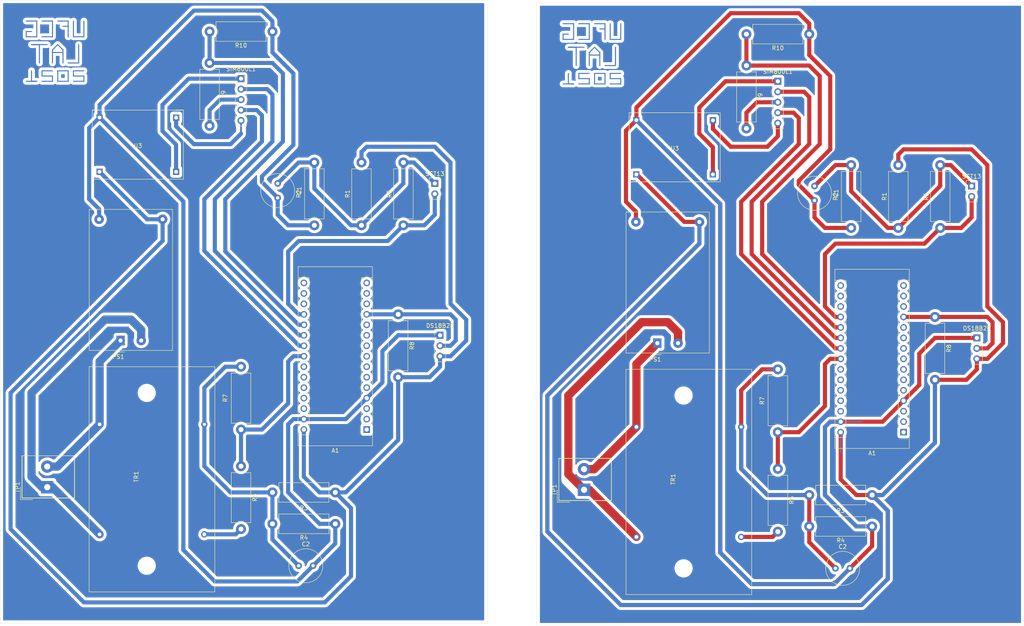
<source format=kicad_pcb>
(kicad_pcb (version 20171130) (host pcbnew "(5.1.9)-1")
  (layers (0 F.Cu signal) (31 B.Cu signal) (34 B.Paste user) (35 F.Paste user) (36 B.SilkS user) (37 F.SilkS user) (38 B.Mask user) (39 F.Mask user) (44 Edge.Cuts user))
  (net 0 "")
  (net 1 "Net-(A1-Pad1)")
  (net 2 "Net-(A1-Pad17)")
  (net 3 "Net-(A1-Pad2)")
  (net 4 "Net-(A1-Pad18)")
  (net 5 "Net-(A1-Pad3)")
  (net 6 "Net-(A1-Pad19)")
  (net 7 "Net-(A1-Pad29)")
  (net 8 "Net-(A1-Pad20)")
  (net 9 "Net-(A1-Pad5)")
  (net 10 "Net-(A1-Pad21)")
  (net 11 "Net-(A1-Pad6)")
  (net 12 "Net-(A1-Pad22)")
  (net 13 "Net-(A1-Pad7)")
  (net 14 "Net-(A1-Pad23)")
  (net 15 "Net-(A1-Pad8)")
  (net 16 "Net-(A1-Pad24)")
  (net 17 "Net-(A1-Pad9)")
  (net 18 "Net-(A1-Pad25)")
  (net 19 "Net-(A1-Pad10)")
  (net 20 "Net-(A1-Pad26)")
  (net 21 "Net-(A1-Pad11)")
  (net 22 "Net-(A1-Pad27)")
  (net 23 "Net-(A1-Pad12)")
  (net 24 "Net-(A1-Pad28)")
  (net 25 "Net-(A1-Pad13)")
  (net 26 "Net-(A1-Pad14)")
  (net 27 "Net-(A1-Pad30)")
  (net 28 "Net-(A1-Pad15)")
  (net 29 "Net-(A1-Pad16)")
  (net 30 "Net-(C1-Pad1)")
  (net 31 "Net-(C2-Pad1)")
  (net 32 "Net-(R6-Pad2)")
  (net 33 "Net-(R9-Pad2)")
  (net 34 "Net-(SIM800L1-Pad1)")
  (net 35 "Net-(SIM800L1-Pad5)")
  (net 36 "Net-(PS1-Pad1)")
  (net 37 "Net-(PS1-Pad2)")
  (module Converter_ACDC:Converter_ACDC_HiLink_HLK-PMxx (layer F.Cu) (at 46.99 112.395 90)
    (fp_text reference PS1 (at -3.94 -0.55) (layer F.SilkS))
    (fp_text value HLK-PM01)
    (pad 3 thru_hole circle (at 29.4 -5.2 90) (size 2.3 2.3) (drill 1) (layers *.Cu *.Mask) (net 7 "Net-(A1-Pad29)"))
    (pad 1 thru_hole rect (at 0 0 90) (size 2.3 2) (drill 1) (layers *.Cu *.Mask) (net 36 "Net-(PS1-Pad1)"))
    (pad 2 thru_hole circle (at 0 5 90) (size 2.3 2.3) (drill 1) (layers *.Cu *.Mask) (net 37 "Net-(PS1-Pad2)"))
    (pad 4 thru_hole circle (at 29.4 10.2 90) (size 2.3 2.3) (drill 1) (layers *.Cu *.Mask) (net 27 "Net-(A1-Pad30)"))
  )
  (module Connector_PinHeader_2.54mm:PinHeader_1x05_P2.54mm_Vertical (layer F.Cu) (at 76.2 48.895)
    (fp_text reference SIM800L1 (at 0 -2.33) (layer F.SilkS))
    (fp_text value Conn_01x05)
    (pad 1 thru_hole rect (at 0 0) (size 1.7 1.7) (drill 1) (layers *.Cu *.Mask) (net 34 "Net-(SIM800L1-Pad1)"))
    (pad 2 thru_hole oval (at 0 2.54) (size 1.7 1.7) (drill 1) (layers *.Cu *.Mask) (net 10 "Net-(A1-Pad21)"))
    (pad 3 thru_hole oval (at 0 5.08) (size 1.7 1.7) (drill 1) (layers *.Cu *.Mask) (net 33 "Net-(R9-Pad2)"))
    (pad 4 thru_hole oval (at 0 7.62) (size 1.7 1.7) (drill 1) (layers *.Cu *.Mask) (net 12 "Net-(A1-Pad22)"))
    (pad 5 thru_hole oval (at 0 10.16) (size 1.7 1.7) (drill 1) (layers *.Cu *.Mask) (net 35 "Net-(SIM800L1-Pad5)"))
  )
  (module Transformer_THT:Transf_9V_150mA (layer F.Cu) (at 68.58 173.355 90)
    (fp_text reference TR1 (at 27.94 -17.78 90) (layer F.SilkS))
    (fp_text value "220/9 V")
    (pad 1 thru_hole circle (at 13.97 -1.27 90) (size 1.524 1.524) (drill 0.9) (layers *.Cu *.Mask) (net 32 "Net-(R6-Pad2)"))
    (pad 2 thru_hole circle (at 40.64 -1.27 90) (size 1.524 1.524) (drill 0.762) (layers *.Cu *.Mask) (net 31 "Net-(C2-Pad1)"))
    (pad 3 thru_hole circle (at 40.64 -26.67 90) (size 1.524 1.524) (drill 0.9) (layers *.Cu *.Mask) (net 36 "Net-(PS1-Pad1)"))
    (pad 4 thru_hole circle (at 13.97 -26.67 90) (size 1.524 1.524) (drill 0.9) (layers *.Cu *.Mask) (net 37 "Net-(PS1-Pad2)"))
    (pad "" np_thru_hole circle (at 48.26 -15.24 90) (size 3 3) (drill 3) (layers *.Cu *.Mask))
    (pad "" np_thru_hole circle (at 6.35 -15.24 90) (size 3 3) (drill 3) (layers *.Cu *.Mask))
  )
  (module Resistor_THT:R_Axial_DIN0414_L11.9mm_D4.5mm_P15.24mm_Horizontal (layer F.Cu) (at 76.2 142.875 270)
    (fp_text reference R6 (at 7.62 -3.37 90) (layer F.SilkS))
    (fp_text value 100k)
    (pad 1 thru_hole circle (at 0 0 270) (size 2.4 2.4) (drill 1.2) (layers *.Cu *.Mask) (net 14 "Net-(A1-Pad23)"))
    (pad 2 thru_hole oval (at 15.24 0 270) (size 2.4 2.4) (drill 1.2) (layers *.Cu *.Mask) (net 32 "Net-(R6-Pad2)"))
  )
  (module Connector_PinHeader_2.54mm:PinHeader_1x02_P2.54mm_Vertical (layer F.Cu) (at 123.19 74.295)
    (fp_text reference SCT13 (at 0 -2.33) (layer F.SilkS))
    (fp_text value Conn_01x02)
    (pad 1 thru_hole rect (at 0 0) (size 1.7 1.7) (drill 1) (layers *.Cu *.Mask) (net 30 "Net-(C1-Pad1)"))
    (pad 2 thru_hole oval (at 0 2.54) (size 1.7 1.7) (drill 1) (layers *.Cu *.Mask) (net 6 "Net-(A1-Pad19)"))
  )
  (module Resistor_THT:R_Axial_DIN0414_L11.9mm_D4.5mm_P15.24mm_Horizontal (layer F.Cu) (at 83.82 149.225)
    (fp_text reference R3 (at 7.62 3.81) (layer F.SilkS))
    (fp_text value 10k)
    (pad 2 thru_hole oval (at 15.24 0) (size 2.4 2.4) (drill 1.2) (layers *.Cu *.Mask) (net 27 "Net-(A1-Pad30)"))
    (pad 1 thru_hole circle (at 0 0) (size 2.4 2.4) (drill 1.2) (layers *.Cu *.Mask) (net 31 "Net-(C2-Pad1)"))
  )
  (module Resistor_THT:R_Axial_DIN0414_L11.9mm_D4.5mm_P15.24mm_Horizontal (layer F.Cu) (at 115.57 84.455 90)
    (fp_text reference R5 (at 7.62 -3.37 90) (layer F.SilkS))
    (fp_text value 50k)
    (pad 1 thru_hole circle (at 0 0 90) (size 2.4 2.4) (drill 1.2) (layers *.Cu *.Mask) (net 6 "Net-(A1-Pad19)"))
    (pad 2 thru_hole oval (at 15.24 0 90) (size 2.4 2.4) (drill 1.2) (layers *.Cu *.Mask) (net 30 "Net-(C1-Pad1)"))
  )
  (module Resistor_THT:R_Axial_DIN0414_L11.9mm_D4.5mm_P15.24mm_Horizontal (layer F.Cu) (at 76.2 118.745 270)
    (fp_text reference R7 (at 7.62 3.81 90) (layer F.SilkS))
    (fp_text value 10k)
    (pad 2 thru_hole oval (at 15.24 0 270) (size 2.4 2.4) (drill 1.2) (layers *.Cu *.Mask) (net 14 "Net-(A1-Pad23)"))
    (pad 1 thru_hole circle (at 0 0 270) (size 2.4 2.4) (drill 1.2) (layers *.Cu *.Mask) (net 31 "Net-(C2-Pad1)"))
  )
  (module Resistor_THT:R_Axial_DIN0414_L11.9mm_D4.5mm_P15.24mm_Horizontal (layer F.Cu) (at 83.82 37.465 180)
    (fp_text reference R10 (at 7.62 -3.37) (layer F.SilkS))
    (fp_text value 20k)
    (pad 1 thru_hole circle (at 0 0 180) (size 2.4 2.4) (drill 1.2) (layers *.Cu *.Mask) (net 7 "Net-(A1-Pad29)"))
    (pad 2 thru_hole oval (at 15.24 0 180) (size 2.4 2.4) (drill 1.2) (layers *.Cu *.Mask) (net 8 "Net-(A1-Pad20)"))
  )
  (module Resistor_THT:R_Axial_DIN0414_L11.9mm_D4.5mm_P15.24mm_Horizontal (layer F.Cu) (at 105.41 84.455 90)
    (fp_text reference R1 (at 7.62 -3.37 90) (layer F.SilkS))
    (fp_text value 10k)
    (pad 1 thru_hole circle (at 0 0 90) (size 2.4 2.4) (drill 1.2) (layers *.Cu *.Mask) (net 30 "Net-(C1-Pad1)"))
    (pad 2 thru_hole oval (at 15.24 0 90) (size 2.4 2.4) (drill 1.2) (layers *.Cu *.Mask) (net 27 "Net-(A1-Pad30)"))
  )
  (module Resistor_THT:R_Axial_DIN0414_L11.9mm_D4.5mm_P15.24mm_Horizontal (layer F.Cu) (at 99.06 156.845 180)
    (fp_text reference R4 (at 7.62 -3.37) (layer F.SilkS))
    (fp_text value 10k)
    (pad 1 thru_hole circle (at 0 0 180) (size 2.4 2.4) (drill 1.2) (layers *.Cu *.Mask) (net 7 "Net-(A1-Pad29)"))
    (pad 2 thru_hole oval (at 15.24 0 180) (size 2.4 2.4) (drill 1.2) (layers *.Cu *.Mask) (net 31 "Net-(C2-Pad1)"))
  )
  (module Resistor_THT:R_Axial_DIN0414_L11.9mm_D4.5mm_P15.24mm_Horizontal (layer F.Cu) (at 114.3 106.045 270)
    (fp_text reference R8 (at 7.62 -3.37 90) (layer F.SilkS))
    (fp_text value 4.7k)
    (pad 1 thru_hole circle (at 0 0 270) (size 2.4 2.4) (drill 1.2) (layers *.Cu *.Mask) (net 23 "Net-(A1-Pad12)"))
    (pad 2 thru_hole oval (at 15.24 0 270) (size 2.4 2.4) (drill 1.2) (layers *.Cu *.Mask) (net 27 "Net-(A1-Pad30)"))
  )
  (module TerminalBlock_Altech:Altech_AK300_1x02_P5.00mm_45-Degree (layer F.Cu) (at 29.21 147.955 90)
    (fp_text reference TP1 (at 0 -7.2 90) (layer F.SilkS))
    (fp_text value Conn_01x02)
    (pad 1 thru_hole rect (at 0 0 90) (size 3 3) (drill 1.5) (layers *.Cu *.Mask) (net 37 "Net-(PS1-Pad2)"))
    (pad 2 thru_hole circle (at 5 0 90) (size 3 3) (drill 1.5) (layers *.Cu *.Mask) (net 36 "Net-(PS1-Pad1)"))
  )
  (module Connector_PinHeader_2.54mm:PinHeader_1x03_P2.54mm_Vertical (layer F.Cu) (at 124.46 111.125)
    (fp_text reference DS18B20 (at 0 -2.33) (layer F.SilkS))
    (fp_text value Conn_01x03)
    (pad 1 thru_hole rect (at 0 0) (size 1.7 1.7) (drill 1) (layers *.Cu *.Mask) (net 7 "Net-(A1-Pad29)"))
    (pad 2 thru_hole oval (at 0 2.54) (size 1.7 1.7) (drill 1) (layers *.Cu *.Mask) (net 23 "Net-(A1-Pad12)"))
    (pad 3 thru_hole oval (at 0 5.08) (size 1.7 1.7) (drill 1) (layers *.Cu *.Mask) (net 27 "Net-(A1-Pad30)"))
  )
  (module Module:Arduino_Nano (layer F.Cu) (at 106.68 133.985 180)
    (fp_text reference A1 (at 7.62 -5.08) (layer F.SilkS))
    (fp_text value Arduino_Nano_v3.x)
    (pad 1 thru_hole rect (at 0 0 180) (size 1.6 1.6) (drill 1) (layers *.Cu *.Mask) (net 1 "Net-(A1-Pad1)"))
    (pad 17 thru_hole oval (at 15.24 33.02 180) (size 1.6 1.6) (drill 1) (layers *.Cu *.Mask) (net 2 "Net-(A1-Pad17)"))
    (pad 2 thru_hole oval (at 0 2.54 180) (size 1.6 1.6) (drill 1) (layers *.Cu *.Mask) (net 3 "Net-(A1-Pad2)"))
    (pad 18 thru_hole oval (at 15.24 30.48 180) (size 1.6 1.6) (drill 1) (layers *.Cu *.Mask) (net 4 "Net-(A1-Pad18)"))
    (pad 3 thru_hole oval (at 0 5.08 180) (size 1.6 1.6) (drill 1) (layers *.Cu *.Mask) (net 5 "Net-(A1-Pad3)"))
    (pad 19 thru_hole oval (at 15.24 27.94 180) (size 1.6 1.6) (drill 1) (layers *.Cu *.Mask) (net 6 "Net-(A1-Pad19)"))
    (pad 4 thru_hole oval (at 0 7.62 180) (size 1.6 1.6) (drill 1) (layers *.Cu *.Mask) (net 7 "Net-(A1-Pad29)"))
    (pad 20 thru_hole oval (at 15.24 25.4 180) (size 1.6 1.6) (drill 1) (layers *.Cu *.Mask) (net 8 "Net-(A1-Pad20)"))
    (pad 5 thru_hole oval (at 0 10.16 180) (size 1.6 1.6) (drill 1) (layers *.Cu *.Mask) (net 9 "Net-(A1-Pad5)"))
    (pad 21 thru_hole oval (at 15.24 22.86 180) (size 1.6 1.6) (drill 1) (layers *.Cu *.Mask) (net 10 "Net-(A1-Pad21)"))
    (pad 6 thru_hole oval (at 0 12.7 180) (size 1.6 1.6) (drill 1) (layers *.Cu *.Mask) (net 11 "Net-(A1-Pad6)"))
    (pad 22 thru_hole oval (at 15.24 20.32 180) (size 1.6 1.6) (drill 1) (layers *.Cu *.Mask) (net 12 "Net-(A1-Pad22)"))
    (pad 7 thru_hole oval (at 0 15.24 180) (size 1.6 1.6) (drill 1) (layers *.Cu *.Mask) (net 13 "Net-(A1-Pad7)"))
    (pad 23 thru_hole oval (at 15.24 17.78 180) (size 1.6 1.6) (drill 1) (layers *.Cu *.Mask) (net 14 "Net-(A1-Pad23)"))
    (pad 8 thru_hole oval (at 0 17.78 180) (size 1.6 1.6) (drill 1) (layers *.Cu *.Mask) (net 15 "Net-(A1-Pad8)"))
    (pad 24 thru_hole oval (at 15.24 15.24 180) (size 1.6 1.6) (drill 1) (layers *.Cu *.Mask) (net 16 "Net-(A1-Pad24)"))
    (pad 9 thru_hole oval (at 0 20.32 180) (size 1.6 1.6) (drill 1) (layers *.Cu *.Mask) (net 17 "Net-(A1-Pad9)"))
    (pad 25 thru_hole oval (at 15.24 12.7 180) (size 1.6 1.6) (drill 1) (layers *.Cu *.Mask) (net 18 "Net-(A1-Pad25)"))
    (pad 10 thru_hole oval (at 0 22.86 180) (size 1.6 1.6) (drill 1) (layers *.Cu *.Mask) (net 19 "Net-(A1-Pad10)"))
    (pad 26 thru_hole oval (at 15.24 10.16 180) (size 1.6 1.6) (drill 1) (layers *.Cu *.Mask) (net 20 "Net-(A1-Pad26)"))
    (pad 11 thru_hole oval (at 0 25.4 180) (size 1.6 1.6) (drill 1) (layers *.Cu *.Mask) (net 21 "Net-(A1-Pad11)"))
    (pad 27 thru_hole oval (at 15.24 7.62 180) (size 1.6 1.6) (drill 1) (layers *.Cu *.Mask) (net 22 "Net-(A1-Pad27)"))
    (pad 12 thru_hole oval (at 0 27.94 180) (size 1.6 1.6) (drill 1) (layers *.Cu *.Mask) (net 23 "Net-(A1-Pad12)"))
    (pad 28 thru_hole oval (at 15.24 5.08 180) (size 1.6 1.6) (drill 1) (layers *.Cu *.Mask) (net 24 "Net-(A1-Pad28)"))
    (pad 13 thru_hole oval (at 0 30.48 180) (size 1.6 1.6) (drill 1) (layers *.Cu *.Mask) (net 25 "Net-(A1-Pad13)"))
    (pad 29 thru_hole oval (at 15.24 2.54 180) (size 1.6 1.6) (drill 1) (layers *.Cu *.Mask) (net 7 "Net-(A1-Pad29)"))
    (pad 14 thru_hole oval (at 0 33.02 180) (size 1.6 1.6) (drill 1) (layers *.Cu *.Mask) (net 26 "Net-(A1-Pad14)"))
    (pad 30 thru_hole oval (at 15.24 0 180) (size 1.6 1.6) (drill 1) (layers *.Cu *.Mask) (net 27 "Net-(A1-Pad30)"))
    (pad 15 thru_hole oval (at 0 35.56 180) (size 1.6 1.6) (drill 1) (layers *.Cu *.Mask) (net 28 "Net-(A1-Pad15)"))
    (pad 16 thru_hole oval (at 15.24 35.56 180) (size 1.6 1.6) (drill 1) (layers *.Cu *.Mask) (net 29 "Net-(A1-Pad16)"))
  )
  (module Capacitor_THT:C_Radial_D8.0mm_H11.5mm_P3.50mm (layer F.Cu) (at 85.09 74.295 270)
    (fp_text reference C1 (at 1.75 -5.25 90) (layer F.SilkS))
    (fp_text value 10uF)
    (pad 1 thru_hole circle (at 0 0 270) (size 1.6 1.6) (drill 0.8) (layers *.Cu *.Mask) (net 30 "Net-(C1-Pad1)"))
    (pad 2 thru_hole circle (at 3.5 0 270) (size 1.6 1.6) (drill 0.8) (layers *.Cu *.Mask) (net 7 "Net-(A1-Pad29)"))
  )
  (module Resistor_THT:R_Axial_DIN0414_L11.9mm_D4.5mm_P15.24mm_Horizontal (layer F.Cu) (at 68.58 45.085 270)
    (fp_text reference R9 (at 7.62 -3.37 90) (layer F.SilkS))
    (fp_text value 10k)
    (pad 2 thru_hole oval (at 15.24 0 270) (size 2.4 2.4) (drill 1.2) (layers *.Cu *.Mask) (net 33 "Net-(R9-Pad2)"))
    (pad 1 thru_hole circle (at 0 0 270) (size 2.4 2.4) (drill 1.2) (layers *.Cu *.Mask) (net 8 "Net-(A1-Pad20)"))
  )
  (module Capacitor_THT:C_Radial_D8.0mm_H11.5mm_P3.50mm (layer F.Cu) (at 90.17 167.005)
    (fp_text reference C2 (at 1.75 -5.25) (layer F.SilkS))
    (fp_text value 10uF)
    (pad 2 thru_hole circle (at 3.5 0) (size 1.6 1.6) (drill 0.8) (layers *.Cu *.Mask) (net 7 "Net-(A1-Pad29)"))
    (pad 1 thru_hole circle (at 0 0) (size 1.6 1.6) (drill 0.8) (layers *.Cu *.Mask) (net 31 "Net-(C2-Pad1)"))
  )
  (module Resistor_THT:R_Axial_DIN0414_L11.9mm_D4.5mm_P15.24mm_Horizontal (layer F.Cu) (at 93.98 84.455 90)
    (fp_text reference R2 (at 7.62 -3.81 90) (layer F.SilkS))
    (fp_text value 10k)
    (pad 2 thru_hole oval (at 15.24 0 90) (size 2.4 2.4) (drill 1.2) (layers *.Cu *.Mask) (net 30 "Net-(C1-Pad1)"))
    (pad 1 thru_hole circle (at 0 0 90) (size 2.4 2.4) (drill 1.2) (layers *.Cu *.Mask) (net 7 "Net-(A1-Pad29)"))
  )
  (module Converter_DCDC:MP1584_BuckModule (layer F.Cu) (at 62.23 56.515 180)
    (fp_text reference U3 (at 11.0236 -8.6741) (layer F.SilkS))
    (fp_text value MP1584_Module)
    (pad 2 thru_hole rect (at 20.3327 -14.9606 180) (size 1.5 1.5) (drill 0.9) (layers *.Cu *.Mask) (net 27 "Net-(A1-Pad30)"))
    (pad 3 thru_hole rect (at 1.778 -14.9606 180) (size 1.5 1.5) (drill 0.9) (layers *.Cu *.Mask) (net 34 "Net-(SIM800L1-Pad1)"))
    (pad 4 thru_hole rect (at 1.7653 -1.8415 180) (size 1.524 1.524) (drill 0.9) (layers *.Cu *.Mask) (net 35 "Net-(SIM800L1-Pad5)"))
    (pad 1 thru_hole rect (at 20.3327 -1.8034 180) (size 1.5 1.5) (drill 0.9) (layers *.Cu *.Mask) (net 7 "Net-(A1-Pad29)"))
  )
  (module Resistor_THT:R_Axial_DIN0414_L11.9mm_D4.5mm_P15.24mm_Horizontal (layer F.Cu) (at 198.755 45.72 270)
    (fp_text reference R9 (at 7.62 -3.37 90) (layer F.SilkS))
    (fp_text value 10k)
    (pad 1 thru_hole circle (at 0 0 270) (size 2.4 2.4) (drill 1.2) (layers *.Cu *.Mask))
    (pad 2 thru_hole oval (at 15.24 0 270) (size 2.4 2.4) (drill 1.2) (layers *.Cu *.Mask))
  )
  (module Capacitor_THT:C_Radial_D8.0mm_H11.5mm_P3.50mm (layer F.Cu) (at 220.345 167.64)
    (fp_text reference C2 (at 1.75 -5.25) (layer F.SilkS))
    (fp_text value 10uF)
    (pad 1 thru_hole circle (at 0 0) (size 1.6 1.6) (drill 0.8) (layers *.Cu *.Mask))
    (pad 2 thru_hole circle (at 3.5 0) (size 1.6 1.6) (drill 0.8) (layers *.Cu *.Mask))
  )
  (module Resistor_THT:R_Axial_DIN0414_L11.9mm_D4.5mm_P15.24mm_Horizontal (layer F.Cu) (at 224.155 85.09 90)
    (fp_text reference R2 (at 7.62 -3.81 90) (layer F.SilkS))
    (fp_text value 10k)
    (pad 1 thru_hole circle (at 0 0 90) (size 2.4 2.4) (drill 1.2) (layers *.Cu *.Mask))
    (pad 2 thru_hole oval (at 15.24 0 90) (size 2.4 2.4) (drill 1.2) (layers *.Cu *.Mask))
  )
  (module Capacitor_THT:C_Radial_D8.0mm_H11.5mm_P3.50mm (layer F.Cu) (at 215.265 74.93 270)
    (fp_text reference C1 (at 1.75 -5.25 90) (layer F.SilkS))
    (fp_text value 10uF)
    (pad 2 thru_hole circle (at 3.5 0 270) (size 1.6 1.6) (drill 0.8) (layers *.Cu *.Mask))
    (pad 1 thru_hole circle (at 0 0 270) (size 1.6 1.6) (drill 0.8) (layers *.Cu *.Mask))
  )
  (module Converter_DCDC:MP1584_BuckModule (layer F.Cu) (at 192.405 57.15 180)
    (fp_text reference U3 (at 11.0236 -8.6741) (layer F.SilkS))
    (fp_text value MP1584_Module)
    (pad 1 thru_hole rect (at 20.3327 -1.8034 180) (size 1.5 1.5) (drill 0.9) (layers *.Cu *.Mask))
    (pad 4 thru_hole rect (at 1.7653 -1.8415 180) (size 1.524 1.524) (drill 0.9) (layers *.Cu *.Mask))
    (pad 3 thru_hole rect (at 1.778 -14.9606 180) (size 1.5 1.5) (drill 0.9) (layers *.Cu *.Mask))
    (pad 2 thru_hole rect (at 20.3327 -14.9606 180) (size 1.5 1.5) (drill 0.9) (layers *.Cu *.Mask))
  )
  (module Resistor_THT:R_Axial_DIN0414_L11.9mm_D4.5mm_P15.24mm_Horizontal (layer F.Cu) (at 235.585 85.09 90)
    (fp_text reference R1 (at 7.62 -3.37 90) (layer F.SilkS))
    (fp_text value 10k)
    (pad 2 thru_hole oval (at 15.24 0 90) (size 2.4 2.4) (drill 1.2) (layers *.Cu *.Mask))
    (pad 1 thru_hole circle (at 0 0 90) (size 2.4 2.4) (drill 1.2) (layers *.Cu *.Mask))
  )
  (module Resistor_THT:R_Axial_DIN0414_L11.9mm_D4.5mm_P15.24mm_Horizontal (layer F.Cu) (at 229.235 157.48 180)
    (fp_text reference R4 (at 7.62 -3.37) (layer F.SilkS))
    (fp_text value 10k)
    (pad 2 thru_hole oval (at 15.24 0 180) (size 2.4 2.4) (drill 1.2) (layers *.Cu *.Mask))
    (pad 1 thru_hole circle (at 0 0 180) (size 2.4 2.4) (drill 1.2) (layers *.Cu *.Mask))
  )
  (module Resistor_THT:R_Axial_DIN0414_L11.9mm_D4.5mm_P15.24mm_Horizontal (layer F.Cu) (at 213.995 149.86)
    (fp_text reference R3 (at 7.62 3.81) (layer F.SilkS))
    (fp_text value 10k)
    (pad 1 thru_hole circle (at 0 0) (size 2.4 2.4) (drill 1.2) (layers *.Cu *.Mask))
    (pad 2 thru_hole oval (at 15.24 0) (size 2.4 2.4) (drill 1.2) (layers *.Cu *.Mask))
  )
  (module Resistor_THT:R_Axial_DIN0414_L11.9mm_D4.5mm_P15.24mm_Horizontal (layer F.Cu) (at 244.475 106.68 270)
    (fp_text reference R8 (at 7.62 -3.37 90) (layer F.SilkS))
    (fp_text value 4.7k)
    (pad 2 thru_hole oval (at 15.24 0 270) (size 2.4 2.4) (drill 1.2) (layers *.Cu *.Mask))
    (pad 1 thru_hole circle (at 0 0 270) (size 2.4 2.4) (drill 1.2) (layers *.Cu *.Mask))
  )
  (module Resistor_THT:R_Axial_DIN0414_L11.9mm_D4.5mm_P15.24mm_Horizontal (layer F.Cu) (at 206.375 143.51 270)
    (fp_text reference R6 (at 7.62 -3.37 90) (layer F.SilkS))
    (fp_text value 100k)
    (pad 2 thru_hole oval (at 15.24 0 270) (size 2.4 2.4) (drill 1.2) (layers *.Cu *.Mask))
    (pad 1 thru_hole circle (at 0 0 270) (size 2.4 2.4) (drill 1.2) (layers *.Cu *.Mask))
  )
  (module Connector_PinHeader_2.54mm:PinHeader_1x03_P2.54mm_Vertical (layer F.Cu) (at 254.635 111.76)
    (fp_text reference DS18B20 (at 0 -2.33) (layer F.SilkS))
    (fp_text value Conn_01x03)
    (pad 3 thru_hole oval (at 0 5.08) (size 1.7 1.7) (drill 1) (layers *.Cu *.Mask))
    (pad 2 thru_hole oval (at 0 2.54) (size 1.7 1.7) (drill 1) (layers *.Cu *.Mask))
    (pad 1 thru_hole rect (at 0 0) (size 1.7 1.7) (drill 1) (layers *.Cu *.Mask))
  )
  (module Connector_PinHeader_2.54mm:PinHeader_1x05_P2.54mm_Vertical (layer F.Cu) (at 206.375 49.53)
    (fp_text reference SIM800L1 (at 0 -2.33) (layer F.SilkS))
    (fp_text value Conn_01x05)
    (pad 5 thru_hole oval (at 0 10.16) (size 1.7 1.7) (drill 1) (layers *.Cu *.Mask))
    (pad 4 thru_hole oval (at 0 7.62) (size 1.7 1.7) (drill 1) (layers *.Cu *.Mask))
    (pad 3 thru_hole oval (at 0 5.08) (size 1.7 1.7) (drill 1) (layers *.Cu *.Mask))
    (pad 2 thru_hole oval (at 0 2.54) (size 1.7 1.7) (drill 1) (layers *.Cu *.Mask))
    (pad 1 thru_hole rect (at 0 0) (size 1.7 1.7) (drill 1) (layers *.Cu *.Mask))
  )
  (module Connector_PinHeader_2.54mm:PinHeader_1x02_P2.54mm_Vertical (layer F.Cu) (at 253.365 74.93)
    (fp_text reference SCT13 (at 0 -2.33) (layer F.SilkS))
    (fp_text value Conn_01x02)
    (pad 2 thru_hole oval (at 0 2.54) (size 1.7 1.7) (drill 1) (layers *.Cu *.Mask))
    (pad 1 thru_hole rect (at 0 0) (size 1.7 1.7) (drill 1) (layers *.Cu *.Mask))
  )
  (module Module:Arduino_Nano (layer F.Cu) (at 236.855 134.62 180)
    (fp_text reference A1 (at 7.62 -5.08) (layer F.SilkS))
    (fp_text value Arduino_Nano_v3.x)
    (pad 16 thru_hole oval (at 15.24 35.56 180) (size 1.6 1.6) (drill 1) (layers *.Cu *.Mask))
    (pad 15 thru_hole oval (at 0 35.56 180) (size 1.6 1.6) (drill 1) (layers *.Cu *.Mask))
    (pad 30 thru_hole oval (at 15.24 0 180) (size 1.6 1.6) (drill 1) (layers *.Cu *.Mask))
    (pad 14 thru_hole oval (at 0 33.02 180) (size 1.6 1.6) (drill 1) (layers *.Cu *.Mask))
    (pad 29 thru_hole oval (at 15.24 2.54 180) (size 1.6 1.6) (drill 1) (layers *.Cu *.Mask))
    (pad 13 thru_hole oval (at 0 30.48 180) (size 1.6 1.6) (drill 1) (layers *.Cu *.Mask))
    (pad 28 thru_hole oval (at 15.24 5.08 180) (size 1.6 1.6) (drill 1) (layers *.Cu *.Mask))
    (pad 12 thru_hole oval (at 0 27.94 180) (size 1.6 1.6) (drill 1) (layers *.Cu *.Mask))
    (pad 27 thru_hole oval (at 15.24 7.62 180) (size 1.6 1.6) (drill 1) (layers *.Cu *.Mask))
    (pad 11 thru_hole oval (at 0 25.4 180) (size 1.6 1.6) (drill 1) (layers *.Cu *.Mask))
    (pad 26 thru_hole oval (at 15.24 10.16 180) (size 1.6 1.6) (drill 1) (layers *.Cu *.Mask))
    (pad 10 thru_hole oval (at 0 22.86 180) (size 1.6 1.6) (drill 1) (layers *.Cu *.Mask))
    (pad 25 thru_hole oval (at 15.24 12.7 180) (size 1.6 1.6) (drill 1) (layers *.Cu *.Mask))
    (pad 9 thru_hole oval (at 0 20.32 180) (size 1.6 1.6) (drill 1) (layers *.Cu *.Mask))
    (pad 24 thru_hole oval (at 15.24 15.24 180) (size 1.6 1.6) (drill 1) (layers *.Cu *.Mask))
    (pad 8 thru_hole oval (at 0 17.78 180) (size 1.6 1.6) (drill 1) (layers *.Cu *.Mask))
    (pad 23 thru_hole oval (at 15.24 17.78 180) (size 1.6 1.6) (drill 1) (layers *.Cu *.Mask))
    (pad 7 thru_hole oval (at 0 15.24 180) (size 1.6 1.6) (drill 1) (layers *.Cu *.Mask))
    (pad 22 thru_hole oval (at 15.24 20.32 180) (size 1.6 1.6) (drill 1) (layers *.Cu *.Mask))
    (pad 6 thru_hole oval (at 0 12.7 180) (size 1.6 1.6) (drill 1) (layers *.Cu *.Mask))
    (pad 21 thru_hole oval (at 15.24 22.86 180) (size 1.6 1.6) (drill 1) (layers *.Cu *.Mask))
    (pad 5 thru_hole oval (at 0 10.16 180) (size 1.6 1.6) (drill 1) (layers *.Cu *.Mask))
    (pad 20 thru_hole oval (at 15.24 25.4 180) (size 1.6 1.6) (drill 1) (layers *.Cu *.Mask))
    (pad 4 thru_hole oval (at 0 7.62 180) (size 1.6 1.6) (drill 1) (layers *.Cu *.Mask))
    (pad 19 thru_hole oval (at 15.24 27.94 180) (size 1.6 1.6) (drill 1) (layers *.Cu *.Mask))
    (pad 3 thru_hole oval (at 0 5.08 180) (size 1.6 1.6) (drill 1) (layers *.Cu *.Mask))
    (pad 18 thru_hole oval (at 15.24 30.48 180) (size 1.6 1.6) (drill 1) (layers *.Cu *.Mask))
    (pad 2 thru_hole oval (at 0 2.54 180) (size 1.6 1.6) (drill 1) (layers *.Cu *.Mask))
    (pad 17 thru_hole oval (at 15.24 33.02 180) (size 1.6 1.6) (drill 1) (layers *.Cu *.Mask))
    (pad 1 thru_hole rect (at 0 0 180) (size 1.6 1.6) (drill 1) (layers *.Cu *.Mask))
  )
  (module TerminalBlock_Altech:Altech_AK300_1x02_P5.00mm_45-Degree (layer F.Cu) (at 159.385 148.59 90)
    (fp_text reference TP1 (at 0 -7.2 90) (layer F.SilkS))
    (fp_text value Conn_01x02)
    (pad 2 thru_hole circle (at 5 0 90) (size 3 3) (drill 1.5) (layers *.Cu *.Mask))
    (pad 1 thru_hole rect (at 0 0 90) (size 3 3) (drill 1.5) (layers *.Cu *.Mask))
  )
  (module Resistor_THT:R_Axial_DIN0414_L11.9mm_D4.5mm_P15.24mm_Horizontal (layer F.Cu) (at 245.745 85.09 90)
    (fp_text reference R5 (at 7.62 -3.37 90) (layer F.SilkS))
    (fp_text value 50k)
    (pad 2 thru_hole oval (at 15.24 0 90) (size 2.4 2.4) (drill 1.2) (layers *.Cu *.Mask))
    (pad 1 thru_hole circle (at 0 0 90) (size 2.4 2.4) (drill 1.2) (layers *.Cu *.Mask))
  )
  (module Transformer_THT:Transf_9V_150mA (layer F.Cu) (at 198.755 173.99 90)
    (fp_text reference TR1 (at 27.94 -17.78 90) (layer F.SilkS))
    (fp_text value "220/9 V")
    (pad "" np_thru_hole circle (at 6.35 -15.24 90) (size 3 3) (drill 3) (layers *.Cu *.Mask))
    (pad "" np_thru_hole circle (at 48.26 -15.24 90) (size 3 3) (drill 3) (layers *.Cu *.Mask))
    (pad 4 thru_hole circle (at 13.97 -26.67 90) (size 1.524 1.524) (drill 0.9) (layers *.Cu *.Mask))
    (pad 3 thru_hole circle (at 40.64 -26.67 90) (size 1.524 1.524) (drill 0.9) (layers *.Cu *.Mask))
    (pad 2 thru_hole circle (at 40.64 -1.27 90) (size 1.524 1.524) (drill 0.762) (layers *.Cu *.Mask))
    (pad 1 thru_hole circle (at 13.97 -1.27 90) (size 1.524 1.524) (drill 0.9) (layers *.Cu *.Mask))
  )
  (module Converter_ACDC:Converter_ACDC_HiLink_HLK-PMxx (layer F.Cu) (at 177.165 113.03 90)
    (fp_text reference PS1 (at -3.94 -0.55) (layer F.SilkS))
    (fp_text value HLK-PM01)
    (pad 4 thru_hole circle (at 29.4 10.2 90) (size 2.3 2.3) (drill 1) (layers *.Cu *.Mask))
    (pad 2 thru_hole circle (at 0 5 90) (size 2.3 2.3) (drill 1) (layers *.Cu *.Mask))
    (pad 1 thru_hole rect (at 0 0 90) (size 2.3 2) (drill 1) (layers *.Cu *.Mask))
    (pad 3 thru_hole circle (at 29.4 -5.2 90) (size 2.3 2.3) (drill 1) (layers *.Cu *.Mask))
  )
  (module Resistor_THT:R_Axial_DIN0414_L11.9mm_D4.5mm_P15.24mm_Horizontal (layer F.Cu) (at 206.375 119.38 270)
    (fp_text reference R7 (at 7.62 3.81 90) (layer F.SilkS))
    (fp_text value 10k)
    (pad 1 thru_hole circle (at 0 0 270) (size 2.4 2.4) (drill 1.2) (layers *.Cu *.Mask))
    (pad 2 thru_hole oval (at 15.24 0 270) (size 2.4 2.4) (drill 1.2) (layers *.Cu *.Mask))
  )
  (module Resistor_THT:R_Axial_DIN0414_L11.9mm_D4.5mm_P15.24mm_Horizontal (layer F.Cu) (at 213.995 38.1 180)
    (fp_text reference R10 (at 7.62 -3.37) (layer F.SilkS))
    (fp_text value 20k)
    (pad 2 thru_hole oval (at 15.24 0 180) (size 2.4 2.4) (drill 1.2) (layers *.Cu *.Mask))
    (pad 1 thru_hole circle (at 0 0 180) (size 2.4 2.4) (drill 1.2) (layers *.Cu *.Mask))
  )
  (gr_line (start 17.78 180.975) (end 17.78 29.845) (layer Edge.Cuts) (width 0.05))
  (gr_line (start 135.89 180.975) (end 135.89 29.845) (layer Edge.Cuts) (width 0.05))
  (gr_line (start 17.78 180.975) (end 135.89 180.975) (layer Edge.Cuts) (width 0.05))
  (gr_line (start 135.89 29.845) (end 17.78 29.845) (layer Edge.Cuts) (width 0.05))
  (gr_line (start 147.955 181.61) (end 266.065 181.61) (layer Edge.Cuts) (width 0.05))
  (gr_line (start 147.955 181.61) (end 147.955 30.48) (layer Edge.Cuts) (width 0.05))
  (gr_line (start 266.065 30.48) (end 147.955 30.48) (layer Edge.Cuts) (width 0.05))
  (gr_line (start 266.065 181.61) (end 266.065 30.48) (layer Edge.Cuts) (width 0.05))
  (segment (start 206.375 134.62) (end 211.455 134.62) (width 1) (layer F.Cu) (net 0))
  (segment (start 211.455 134.62) (end 217.805 128.27) (width 1) (layer F.Cu) (net 0))
  (segment (start 217.805 118.11) (end 219.075 116.84) (width 1) (layer F.Cu) (net 0))
  (segment (start 217.805 128.27) (end 217.805 118.11) (width 1) (layer F.Cu) (net 0))
  (segment (start 219.075 116.84) (end 221.615 116.84) (width 1) (layer F.Cu) (net 0))
  (segment (start 197.485 160.02) (end 205.105 160.02) (width 1) (layer F.Cu) (net 0))
  (segment (start 205.105 160.02) (end 206.375 158.75) (width 1) (layer F.Cu) (net 0))
  (segment (start 244.475 111.76) (end 240.665 115.57) (width 1) (layer F.Cu) (net 0))
  (segment (start 254.635 111.76) (end 244.475 111.76) (width 1) (layer F.Cu) (net 0))
  (segment (start 240.665 123.19) (end 236.855 127) (width 1) (layer F.Cu) (net 0))
  (segment (start 240.665 115.57) (end 240.665 123.19) (width 1) (layer F.Cu) (net 0))
  (segment (start 173.355 107.95) (end 155.575 125.73) (width 2) (layer F.Cu) (net 0))
  (segment (start 220.345 69.85) (end 224.155 69.85) (width 1) (layer F.Cu) (net 0))
  (segment (start 182.165 113.03) (end 182.165 110.41) (width 2) (layer F.Cu) (net 0))
  (segment (start 241.935 88.9) (end 245.745 85.09) (width 1) (layer F.Cu) (net 0))
  (segment (start 155.575 125.73) (end 155.575 144.78) (width 2) (layer F.Cu) (net 0))
  (segment (start 220.345 88.9) (end 241.935 88.9) (width 1) (layer F.Cu) (net 0))
  (segment (start 155.575 144.78) (end 159.385 148.59) (width 2) (layer F.Cu) (net 0))
  (segment (start 179.705 107.95) (end 173.355 107.95) (width 2) (layer F.Cu) (net 0))
  (segment (start 182.165 110.41) (end 179.705 107.95) (width 2) (layer F.Cu) (net 0))
  (segment (start 215.265 74.93) (end 220.345 69.85) (width 1) (layer F.Cu) (net 0))
  (segment (start 219.075 132.08) (end 217.805 133.35) (width 1) (layer F.Cu) (net 0))
  (segment (start 217.805 91.44) (end 220.345 88.9) (width 1) (layer F.Cu) (net 0))
  (segment (start 221.615 132.08) (end 219.075 132.08) (width 1) (layer F.Cu) (net 0))
  (segment (start 250.825 85.09) (end 245.745 85.09) (width 1) (layer F.Cu) (net 0))
  (segment (start 217.805 149.86) (end 225.425 157.48) (width 1) (layer F.Cu) (net 0))
  (segment (start 253.365 82.55) (end 250.825 85.09) (width 1) (layer F.Cu) (net 0))
  (segment (start 221.615 106.68) (end 220.345 106.68) (width 1) (layer F.Cu) (net 0))
  (segment (start 217.805 104.14) (end 217.805 91.44) (width 1) (layer F.Cu) (net 0))
  (segment (start 225.425 157.48) (end 229.235 157.48) (width 1) (layer F.Cu) (net 0))
  (segment (start 217.805 133.35) (end 217.805 149.86) (width 1) (layer F.Cu) (net 0))
  (segment (start 220.345 106.68) (end 217.805 104.14) (width 1) (layer F.Cu) (net 0))
  (segment (start 220.345 111.76) (end 200.025 91.44) (width 1) (layer F.Cu) (net 0))
  (segment (start 221.615 111.76) (end 220.345 111.76) (width 1) (layer F.Cu) (net 0))
  (segment (start 206.375 134.62) (end 206.375 143.51) (width 1) (layer F.Cu) (net 0))
  (segment (start 233.045 153.67) (end 233.045 170.18) (width 1) (layer F.Cu) (net 0))
  (segment (start 198.755 38.1) (end 198.755 45.72) (width 1) (layer F.Cu) (net 0))
  (segment (start 253.365 77.47) (end 253.365 82.55) (width 1) (layer F.Cu) (net 0))
  (segment (start 150.495 158.75) (end 150.495 125.73) (width 1) (layer F.Cu) (net 0))
  (segment (start 168.275 176.53) (end 150.495 158.75) (width 1) (layer F.Cu) (net 0))
  (segment (start 236.855 106.68) (end 244.475 106.68) (width 1) (layer F.Cu) (net 0))
  (segment (start 233.045 170.18) (end 226.695 176.53) (width 1) (layer F.Cu) (net 0))
  (segment (start 229.235 149.86) (end 233.045 153.67) (width 1) (layer F.Cu) (net 0))
  (segment (start 226.695 176.53) (end 168.275 176.53) (width 1) (layer F.Cu) (net 0))
  (segment (start 150.495 125.73) (end 187.365 88.86) (width 1) (layer F.Cu) (net 0))
  (segment (start 187.365 88.86) (end 187.365 83.63) (width 1) (layer F.Cu) (net 0))
  (segment (start 200.025 91.44) (end 200.025 78.74) (width 1) (layer F.Cu) (net 0))
  (segment (start 200.025 78.74) (end 213.995 64.77) (width 1) (layer F.Cu) (net 0))
  (segment (start 213.995 64.77) (end 213.995 53.34) (width 1) (layer F.Cu) (net 0))
  (segment (start 212.725 52.07) (end 206.375 52.07) (width 1) (layer F.Cu) (net 0))
  (segment (start 221.615 146.05) (end 221.615 134.62) (width 1) (layer F.Cu) (net 0))
  (segment (start 213.995 53.34) (end 212.725 52.07) (width 1) (layer F.Cu) (net 0))
  (segment (start 245.745 69.85) (end 248.285 69.85) (width 1) (layer F.Cu) (net 0))
  (segment (start 200.025 171.45) (end 192.405 163.83) (width 1) (layer F.Cu) (net 0))
  (segment (start 192.405 163.83) (end 192.405 79.2861) (width 1) (layer F.Cu) (net 0))
  (segment (start 220.02 171.14) (end 219.71 171.45) (width 1) (layer F.Cu) (net 0))
  (segment (start 220.345 171.14) (end 220.02 171.14) (width 1) (layer F.Cu) (net 0))
  (segment (start 219.71 171.45) (end 200.025 171.45) (width 1) (layer F.Cu) (net 0))
  (segment (start 192.405 79.2861) (end 172.0723 58.9534) (width 1) (layer F.Cu) (net 0))
  (segment (start 229.235 149.86) (end 225.425 149.86) (width 1) (layer F.Cu) (net 0))
  (segment (start 225.425 149.86) (end 221.615 146.05) (width 1) (layer F.Cu) (net 0))
  (segment (start 248.285 69.85) (end 253.365 74.93) (width 1) (layer F.Cu) (net 0))
  (segment (start 257.175 114.3) (end 258.445 113.03) (width 1) (layer F.Cu) (net 0))
  (segment (start 258.445 107.95) (end 257.175 106.68) (width 1) (layer F.Cu) (net 0))
  (segment (start 257.175 106.68) (end 244.475 106.68) (width 1) (layer F.Cu) (net 0))
  (segment (start 197.485 124.46) (end 202.565 119.38) (width 1) (layer F.Cu) (net 0))
  (segment (start 202.565 119.38) (end 206.375 119.38) (width 1) (layer F.Cu) (net 0))
  (segment (start 258.445 113.03) (end 258.445 107.95) (width 1) (layer F.Cu) (net 0))
  (segment (start 254.635 114.3) (end 257.175 114.3) (width 1) (layer F.Cu) (net 0))
  (segment (start 197.485 133.35) (end 197.485 124.46) (width 1) (layer F.Cu) (net 0))
  (segment (start 213.995 38.1) (end 213.995 43.18) (width 1) (layer F.Cu) (net 0))
  (segment (start 187.325 55.88) (end 187.325 62.23) (width 1) (layer F.Cu) (net 0))
  (segment (start 190.627 65.532) (end 190.627 72.1106) (width 1) (layer F.Cu) (net 0))
  (segment (start 211.455 73.66) (end 211.455 74.62) (width 1) (layer F.Cu) (net 0))
  (segment (start 213.995 43.18) (end 219.075 48.26) (width 1) (layer F.Cu) (net 0))
  (segment (start 219.075 48.26) (end 219.075 66.04) (width 1) (layer F.Cu) (net 0))
  (segment (start 219.075 66.04) (end 211.455 73.66) (width 1) (layer F.Cu) (net 0))
  (segment (start 206.375 49.53) (end 193.675 49.53) (width 1) (layer F.Cu) (net 0))
  (segment (start 211.455 74.62) (end 215.265 78.43) (width 1) (layer F.Cu) (net 0))
  (segment (start 187.325 62.23) (end 190.627 65.532) (width 1) (layer F.Cu) (net 0))
  (segment (start 193.675 49.53) (end 187.325 55.88) (width 1) (layer F.Cu) (net 0))
  (segment (start 172.085 133.35) (end 172.085 118.11) (width 2) (layer F.Cu) (net 0))
  (segment (start 172.085 118.11) (end 177.165 113.03) (width 2) (layer F.Cu) (net 0))
  (segment (start 229.235 149.86) (end 231.775 149.86) (width 1) (layer F.Cu) (net 0))
  (segment (start 244.475 137.16) (end 244.475 121.92) (width 1) (layer F.Cu) (net 0))
  (segment (start 231.775 149.86) (end 244.475 137.16) (width 1) (layer F.Cu) (net 0))
  (segment (start 257.175 104.14) (end 260.985 107.95) (width 1) (layer F.Cu) (net 0))
  (segment (start 257.175 116.84) (end 254.635 116.84) (width 1) (layer F.Cu) (net 0))
  (segment (start 235.585 69.85) (end 235.585 67.31) (width 1) (layer F.Cu) (net 0))
  (segment (start 253.365 66.04) (end 257.175 69.85) (width 1) (layer F.Cu) (net 0))
  (segment (start 235.585 67.31) (end 236.855 66.04) (width 1) (layer F.Cu) (net 0))
  (segment (start 236.855 66.04) (end 253.365 66.04) (width 1) (layer F.Cu) (net 0))
  (segment (start 257.175 69.85) (end 257.175 104.14) (width 1) (layer F.Cu) (net 0))
  (segment (start 260.985 107.95) (end 260.985 113.03) (width 1) (layer F.Cu) (net 0))
  (segment (start 260.985 113.03) (end 257.175 116.84) (width 1) (layer F.Cu) (net 0))
  (segment (start 217.805 85.09) (end 215.265 82.55) (width 1) (layer F.Cu) (net 0))
  (segment (start 203.835 149.86) (end 197.485 143.51) (width 1) (layer F.Cu) (net 0))
  (segment (start 213.995 149.86) (end 203.835 149.86) (width 1) (layer F.Cu) (net 0))
  (segment (start 206.375 59.69) (end 206.375 62.865) (width 1) (layer F.Cu) (net 0))
  (segment (start 223.845 167.64) (end 220.345 171.14) (width 1) (layer F.Cu) (net 0))
  (segment (start 194.945 65.405) (end 190.6397 61.0997) (width 1) (layer F.Cu) (net 0))
  (segment (start 161.845 143.59) (end 172.085 133.35) (width 2) (layer F.Cu) (net 0))
  (segment (start 206.375 62.865) (end 203.835 65.405) (width 1) (layer F.Cu) (net 0))
  (segment (start 159.385 143.59) (end 161.845 143.59) (width 2) (layer F.Cu) (net 0))
  (segment (start 190.6397 61.0997) (end 190.6397 58.9915) (width 1) (layer F.Cu) (net 0))
  (segment (start 197.485 143.51) (end 197.485 133.35) (width 1) (layer F.Cu) (net 0))
  (segment (start 215.265 82.55) (end 215.265 78.43) (width 1) (layer F.Cu) (net 0))
  (segment (start 203.835 65.405) (end 194.945 65.405) (width 1) (layer F.Cu) (net 0))
  (segment (start 169.545 61.4807) (end 172.0723 58.9534) (width 1) (layer F.Cu) (net 0))
  (segment (start 254.635 119.38) (end 252.095 121.92) (width 1) (layer F.Cu) (net 0))
  (segment (start 254.635 116.84) (end 254.635 119.38) (width 1) (layer F.Cu) (net 0))
  (segment (start 159.385 148.59) (end 160.655 148.59) (width 2) (layer F.Cu) (net 0))
  (segment (start 252.095 121.92) (end 244.475 121.92) (width 1) (layer F.Cu) (net 0))
  (segment (start 171.965 83.63) (end 171.965 81.16) (width 1) (layer F.Cu) (net 0))
  (segment (start 160.655 148.59) (end 172.085 160.02) (width 2) (layer F.Cu) (net 0))
  (segment (start 169.545 78.74) (end 169.545 61.4807) (width 1) (layer F.Cu) (net 0))
  (segment (start 224.155 85.09) (end 217.805 85.09) (width 1) (layer F.Cu) (net 0))
  (segment (start 171.965 81.16) (end 169.545 78.74) (width 1) (layer F.Cu) (net 0))
  (segment (start 229.235 157.48) (end 229.235 162.25) (width 1) (layer F.Cu) (net 0))
  (segment (start 235.585 85.09) (end 245.745 74.93) (width 1) (layer F.Cu) (net 0))
  (segment (start 245.745 74.93) (end 245.745 69.85) (width 1) (layer F.Cu) (net 0))
  (segment (start 229.235 162.25) (end 223.845 167.64) (width 1) (layer F.Cu) (net 0))
  (segment (start 172.0723 55.8927) (end 172.0723 58.9534) (width 1) (layer F.Cu) (net 0))
  (segment (start 213.995 38.1) (end 213.995 35.56) (width 1) (layer F.Cu) (net 0))
  (segment (start 213.995 35.56) (end 211.455 33.02) (width 1) (layer F.Cu) (net 0))
  (segment (start 211.455 33.02) (end 194.945 33.02) (width 1) (layer F.Cu) (net 0))
  (segment (start 183.705 83.63) (end 172.1856 72.1106) (width 1) (layer F.Cu) (net 0))
  (segment (start 187.365 83.63) (end 183.705 83.63) (width 1) (layer F.Cu) (net 0))
  (segment (start 172.1856 72.1106) (end 172.0723 72.1106) (width 1) (layer F.Cu) (net 0))
  (segment (start 194.945 33.02) (end 172.0723 55.8927) (width 1) (layer F.Cu) (net 0))
  (segment (start 213.995 157.48) (end 213.995 149.86) (width 1) (layer F.Cu) (net 0))
  (segment (start 231.775 132.08) (end 221.615 132.08) (width 1) (layer F.Cu) (net 0))
  (segment (start 211.455 58.42) (end 210.185 57.15) (width 1) (layer F.Cu) (net 0))
  (segment (start 210.185 57.15) (end 206.375 57.15) (width 1) (layer F.Cu) (net 0))
  (segment (start 236.855 127) (end 231.775 132.08) (width 1) (layer F.Cu) (net 0))
  (segment (start 203.835 149.86) (end 197.485 143.51) (width 1) (layer B.Cu) (net 0))
  (segment (start 197.485 143.51) (end 197.485 133.35) (width 1) (layer B.Cu) (net 0))
  (segment (start 213.995 149.86) (end 203.835 149.86) (width 1) (layer B.Cu) (net 0))
  (segment (start 226.695 176.53) (end 233.045 170.18) (width 1) (layer B.Cu) (net 0))
  (segment (start 231.775 149.86) (end 244.475 137.16) (width 1) (layer B.Cu) (net 0))
  (segment (start 203.835 149.86) (end 202.565 148.59) (width 0.25) (layer B.Cu) (net 0))
  (segment (start 221.615 134.62) (end 221.615 139.7) (width 0.25) (layer B.Cu) (net 0))
  (segment (start 187.365 88.86) (end 187.325 88.9) (width 1) (layer B.Cu) (net 0))
  (segment (start 244.475 137.16) (end 244.475 121.92) (width 1) (layer B.Cu) (net 0))
  (segment (start 229.235 149.86) (end 231.775 149.86) (width 1) (layer B.Cu) (net 0))
  (segment (start 226.695 176.53) (end 168.275 176.53) (width 1) (layer B.Cu) (net 0))
  (segment (start 150.495 125.73) (end 153.035 123.19) (width 1) (layer B.Cu) (net 0))
  (segment (start 150.495 158.75) (end 150.495 125.73) (width 1) (layer B.Cu) (net 0))
  (segment (start 153.035 123.19) (end 187.365 88.86) (width 1) (layer B.Cu) (net 0))
  (segment (start 150.495 125.73) (end 187.325 88.9) (width 0.25) (layer B.Cu) (net 0))
  (segment (start 205.105 54.61) (end 206.375 54.61) (width 1) (layer B.Cu) (net 0))
  (segment (start 187.365 83.63) (end 187.365 88.86) (width 1) (layer B.Cu) (net 0))
  (segment (start 240.665 140.97) (end 244.475 137.16) (width 0.25) (layer B.Cu) (net 0))
  (segment (start 190.6397 58.9915) (end 190.6397 58.9153) (width 1) (layer B.Cu) (net 0))
  (segment (start 203.835 119.38) (end 206.375 119.38) (width 0.25) (layer B.Cu) (net 0))
  (segment (start 229.235 157.48) (end 225.425 157.48) (width 1) (layer B.Cu) (net 0))
  (segment (start 219.075 132.08) (end 221.615 132.08) (width 1) (layer B.Cu) (net 0))
  (segment (start 220.035 171.45) (end 223.845 167.64) (width 1) (layer B.Cu) (net 0))
  (segment (start 192.405 163.83) (end 192.405 80.01) (width 1) (layer B.Cu) (net 0))
  (segment (start 220.035 171.45) (end 200.025 171.45) (width 1) (layer B.Cu) (net 0))
  (segment (start 225.425 157.48) (end 217.805 149.86) (width 1) (layer B.Cu) (net 0))
  (segment (start 217.805 149.86) (end 217.805 133.35) (width 1) (layer B.Cu) (net 0))
  (segment (start 200.025 171.45) (end 192.405 163.83) (width 1) (layer B.Cu) (net 0))
  (segment (start 192.405 80.01) (end 192.405 79.2861) (width 1) (layer B.Cu) (net 0))
  (segment (start 150.495 158.75) (end 168.275 176.53) (width 1) (layer B.Cu) (net 0))
  (segment (start 187.365 83.63) (end 187.365 87.59) (width 0.25) (layer B.Cu) (net 0))
  (segment (start 229.235 149.86) (end 233.045 153.67) (width 1) (layer B.Cu) (net 0))
  (segment (start 192.405 162.56) (end 192.405 163.83) (width 1) (layer B.Cu) (net 0))
  (segment (start 233.045 153.67) (end 233.045 170.18) (width 1) (layer B.Cu) (net 0))
  (segment (start 192.405 162.56) (end 192.405 79.2861) (width 0.25) (layer B.Cu) (net 0))
  (segment (start 217.805 133.35) (end 219.075 132.08) (width 1) (layer B.Cu) (net 0))
  (segment (start 221.615 132.08) (end 226.695 132.08) (width 0.25) (layer B.Cu) (net 0))
  (segment (start 172.0723 59.3673) (end 172.0723 58.9534) (width 0.25) (layer B.Cu) (net 0))
  (segment (start 159.385 41.275) (end 155.575 41.275) (width 0.25) (layer B.Cu) (net 0))
  (segment (start 168.275 39.37) (end 165.735 39.37) (width 0.25) (layer B.Cu) (net 0))
  (segment (start 163.195 45.72) (end 163.195 43.815) (width 0.25) (layer B.Cu) (net 0))
  (segment (start 168.275 50.165) (end 168.275 48.895) (width 0.25) (layer B.Cu) (net 0))
  (segment (start 156.845 39.37) (end 156.845 35.56) (width 0.25) (layer B.Cu) (net 0))
  (segment (start 167.005 45.72) (end 164.465 45.72) (width 0.25) (layer B.Cu) (net 0))
  (segment (start 158.115 48.895) (end 158.115 47.625) (width 0.25) (layer B.Cu) (net 0))
  (segment (start 154.305 38.1) (end 155.575 38.1) (width 0.25) (layer B.Cu) (net 0))
  (segment (start 164.465 39.37) (end 164.465 38.1) (width 0.25) (layer B.Cu) (net 0))
  (segment (start 155.575 50.165) (end 155.575 47.625) (width 0.25) (layer B.Cu) (net 0))
  (segment (start 164.465 50.165) (end 164.465 47.625) (width 0.25) (layer B.Cu) (net 0))
  (segment (start 157.48 41.91) (end 157.48 41.275) (width 0.25) (layer B.Cu) (net 0))
  (segment (start 160.655 50.165) (end 158.115 50.165) (width 0.25) (layer B.Cu) (net 0))
  (segment (start 160.655 47.625) (end 158.115 47.625) (width 0.25) (layer B.Cu) (net 0))
  (segment (start 161.925 41.275) (end 163.195 42.545) (width 0.25) (layer B.Cu) (net 0))
  (segment (start 155.575 50.165) (end 156.845 50.165) (width 0.25) (layer B.Cu) (net 0))
  (segment (start 168.275 47.625) (end 165.735 47.625) (width 0.25) (layer B.Cu) (net 0))
  (segment (start 167.005 45.72) (end 167.005 41.275) (width 0.25) (layer B.Cu) (net 0))
  (segment (start 164.465 38.1) (end 164.465 35.56) (width 0.25) (layer B.Cu) (net 0))
  (segment (start 164.465 36.83) (end 163.195 36.83) (width 0.25) (layer B.Cu) (net 0))
  (segment (start 156.845 50.165) (end 154.305 50.165) (width 0.25) (layer B.Cu) (net 0))
  (segment (start 160.655 42.545) (end 161.925 41.275) (width 0.25) (layer B.Cu) (net 0))
  (segment (start 168.275 39.37) (end 168.275 35.56) (width 0.25) (layer B.Cu) (net 0))
  (segment (start 168.275 50.165) (end 165.735 50.165) (width 0.25) (layer B.Cu) (net 0))
  (segment (start 160.655 39.37) (end 158.115 39.37) (width 0.25) (layer B.Cu) (net 0))
  (segment (start 164.465 47.625) (end 161.925 47.625) (width 0.25) (layer B.Cu) (net 0))
  (segment (start 158.115 48.895) (end 160.655 48.895) (width 0.25) (layer B.Cu) (net 0))
  (segment (start 156.845 35.56) (end 154.305 35.56) (width 0.25) (layer B.Cu) (net 0))
  (segment (start 156.845 39.37) (end 154.305 39.37) (width 0.25) (layer B.Cu) (net 0))
  (segment (start 163.195 43.18) (end 160.655 43.18) (width 0.25) (layer B.Cu) (net 0))
  (segment (start 160.655 35.56) (end 158.115 35.56) (width 0.25) (layer B.Cu) (net 0))
  (segment (start 165.735 48.895) (end 168.275 48.895) (width 0.25) (layer B.Cu) (net 0))
  (segment (start 160.655 50.165) (end 160.655 48.895) (width 0.25) (layer B.Cu) (net 0))
  (segment (start 217.805 146.05) (end 217.805 133.35) (width 0.25) (layer B.Cu) (net 0))
  (segment (start 160.655 42.545) (end 160.655 45.72) (width 0.25) (layer B.Cu) (net 0))
  (segment (start 154.305 38.1) (end 154.305 39.37) (width 0.25) (layer B.Cu) (net 0))
  (segment (start 164.465 35.56) (end 161.925 35.56) (width 0.25) (layer B.Cu) (net 0))
  (segment (start 192.405 79.2861) (end 172.0723 58.9534) (width 1) (layer B.Cu) (net 0))
  (segment (start 165.735 35.56) (end 165.735 39.37) (width 0.25) (layer B.Cu) (net 0))
  (segment (start 161.925 50.165) (end 164.465 50.165) (width 0.25) (layer B.Cu) (net 0))
  (segment (start 157.48 45.72) (end 157.48 41.91) (width 0.25) (layer B.Cu) (net 0))
  (segment (start 160.655 39.37) (end 160.655 35.56) (width 0.25) (layer B.Cu) (net 0))
  (segment (start 155.575 41.275) (end 157.48 41.275) (width 0.25) (layer B.Cu) (net 0))
  (segment (start 161.925 47.625) (end 161.925 50.165) (width 0.25) (layer B.Cu) (net 0))
  (segment (start 165.735 48.895) (end 165.735 47.625) (width 0.25) (layer B.Cu) (net 0))
  (segment (start 163.195 43.815) (end 163.195 42.545) (width 0.25) (layer B.Cu) (net 0))
  (segment (start 233.045 85.09) (end 235.585 85.09) (width 1) (layer F.Cu) (net 0))
  (segment (start 224.155 76.2) (end 233.045 85.09) (width 1) (layer F.Cu) (net 0))
  (segment (start 197.485 78.74) (end 211.455 64.77) (width 1) (layer F.Cu) (net 0))
  (segment (start 197.485 91.44) (end 197.485 78.74) (width 1) (layer F.Cu) (net 0))
  (segment (start 211.455 64.77) (end 211.455 58.42) (width 1) (layer F.Cu) (net 0))
  (segment (start 221.615 114.3) (end 220.345 114.3) (width 1) (layer F.Cu) (net 0))
  (segment (start 220.345 114.3) (end 197.485 91.44) (width 1) (layer F.Cu) (net 0))
  (segment (start 224.155 69.85) (end 224.155 76.2) (width 1) (layer F.Cu) (net 0))
  (segment (start 213.995 45.72) (end 198.755 45.72) (width 1) (layer F.Cu) (net 0))
  (segment (start 216.535 48.26) (end 213.995 45.72) (width 1) (layer F.Cu) (net 0))
  (segment (start 216.535 64.77) (end 216.535 48.26) (width 1) (layer F.Cu) (net 0))
  (segment (start 213.995 161.29) (end 213.995 157.48) (width 1) (layer F.Cu) (net 0))
  (segment (start 202.565 78.74) (end 216.535 64.77) (width 1) (layer F.Cu) (net 0))
  (segment (start 202.565 91.44) (end 202.565 78.74) (width 1) (layer F.Cu) (net 0))
  (segment (start 220.345 167.64) (end 213.995 161.29) (width 1) (layer F.Cu) (net 0))
  (segment (start 201.295 54.61) (end 206.375 54.61) (width 1) (layer F.Cu) (net 0))
  (segment (start 198.755 60.96) (end 198.755 57.15) (width 1) (layer F.Cu) (net 0))
  (segment (start 198.755 57.15) (end 201.295 54.61) (width 1) (layer F.Cu) (net 0))
  (segment (start 220.345 109.22) (end 202.565 91.44) (width 1) (layer F.Cu) (net 0))
  (segment (start 221.615 109.22) (end 220.345 109.22) (width 1) (layer F.Cu) (net 0))
  (segment (start 30.48 41.91) (end 31.75 40.64) (width 0.25) (layer B.Cu) (net 0))
  (segment (start 38.1 49.53) (end 35.56 49.53) (width 0.25) (layer B.Cu) (net 0))
  (segment (start 29.21 40.64) (end 25.4 40.64) (width 0.25) (layer B.Cu) (net 0))
  (segment (start 27.94 48.26) (end 30.48 48.26) (width 0.25) (layer B.Cu) (net 0))
  (segment (start 26.67 34.925) (end 24.13 34.925) (width 0.25) (layer B.Cu) (net 0))
  (segment (start 26.67 38.735) (end 24.13 38.735) (width 0.25) (layer B.Cu) (net 0))
  (segment (start 33.02 42.545) (end 30.48 42.545) (width 0.25) (layer B.Cu) (net 0))
  (segment (start 30.48 38.735) (end 30.48 34.925) (width 0.25) (layer B.Cu) (net 0))
  (segment (start 30.48 46.99) (end 27.94 46.99) (width 0.25) (layer B.Cu) (net 0))
  (segment (start 33.02 45.085) (end 33.02 43.18) (width 0.25) (layer B.Cu) (net 0))
  (segment (start 31.75 40.64) (end 33.02 41.91) (width 0.25) (layer B.Cu) (net 0))
  (segment (start 26.67 38.735) (end 26.67 34.925) (width 0.25) (layer B.Cu) (net 0))
  (segment (start 38.1 46.99) (end 35.56 46.99) (width 0.25) (layer B.Cu) (net 0))
  (segment (start 25.4 40.64) (end 27.305 40.64) (width 0.25) (layer B.Cu) (net 0))
  (segment (start 34.29 49.53) (end 34.29 46.99) (width 0.25) (layer B.Cu) (net 0))
  (segment (start 36.83 45.085) (end 34.29 45.085) (width 0.25) (layer B.Cu) (net 0))
  (segment (start 36.83 45.085) (end 36.83 40.64) (width 0.25) (layer B.Cu) (net 0))
  (segment (start 31.75 46.99) (end 31.75 49.53) (width 0.25) (layer B.Cu) (net 0))
  (segment (start 24.13 37.465) (end 24.13 38.735) (width 0.25) (layer B.Cu) (net 0))
  (segment (start 34.29 46.99) (end 31.75 46.99) (width 0.25) (layer B.Cu) (net 0))
  (segment (start 31.75 49.53) (end 34.29 49.53) (width 0.25) (layer B.Cu) (net 0))
  (segment (start 30.48 34.925) (end 27.94 34.925) (width 0.25) (layer B.Cu) (net 0))
  (segment (start 30.48 49.53) (end 27.94 49.53) (width 0.25) (layer B.Cu) (net 0))
  (segment (start 35.56 48.26) (end 38.1 48.26) (width 0.25) (layer B.Cu) (net 0))
  (segment (start 27.94 48.26) (end 27.94 46.99) (width 0.25) (layer B.Cu) (net 0))
  (segment (start 27.305 41.275) (end 27.305 40.64) (width 0.25) (layer B.Cu) (net 0))
  (segment (start 34.29 38.735) (end 34.29 37.465) (width 0.25) (layer B.Cu) (net 0))
  (segment (start 38.1 38.735) (end 35.56 38.735) (width 0.25) (layer B.Cu) (net 0))
  (segment (start 25.4 49.53) (end 26.67 49.53) (width 0.25) (layer B.Cu) (net 0))
  (segment (start 38.1 38.735) (end 38.1 34.925) (width 0.25) (layer B.Cu) (net 0))
  (segment (start 34.29 37.465) (end 34.29 34.925) (width 0.25) (layer B.Cu) (net 0))
  (segment (start 34.29 36.195) (end 33.02 36.195) (width 0.25) (layer B.Cu) (net 0))
  (segment (start 35.56 34.925) (end 35.56 38.735) (width 0.25) (layer B.Cu) (net 0))
  (segment (start 35.56 48.26) (end 35.56 46.99) (width 0.25) (layer B.Cu) (net 0))
  (segment (start 25.4 49.53) (end 25.4 46.99) (width 0.25) (layer B.Cu) (net 0))
  (segment (start 34.29 34.925) (end 31.75 34.925) (width 0.25) (layer B.Cu) (net 0))
  (segment (start 27.305 45.085) (end 27.305 41.275) (width 0.25) (layer B.Cu) (net 0))
  (segment (start 33.02 43.18) (end 33.02 41.91) (width 0.25) (layer B.Cu) (net 0))
  (segment (start 30.48 38.735) (end 27.94 38.735) (width 0.25) (layer B.Cu) (net 0))
  (segment (start 30.48 49.53) (end 30.48 48.26) (width 0.25) (layer B.Cu) (net 0))
  (segment (start 26.67 49.53) (end 24.13 49.53) (width 0.25) (layer B.Cu) (net 0))
  (segment (start 30.48 41.91) (end 30.48 45.085) (width 0.25) (layer B.Cu) (net 0))
  (segment (start 38.1 49.53) (end 38.1 48.26) (width 0.25) (layer B.Cu) (net 0))
  (segment (start 24.13 37.465) (end 25.4 37.465) (width 0.25) (layer B.Cu) (net 0))
  (segment (start 115.57 84.455) (end 120.65 84.455) (width 1) (layer B.Cu) (net 6))
  (segment (start 123.19 81.915) (end 123.19 76.835) (width 1) (layer B.Cu) (net 6))
  (segment (start 120.65 84.455) (end 123.19 81.915) (width 1) (layer B.Cu) (net 6))
  (segment (start 90.17 106.045) (end 87.63 103.505) (width 1) (layer B.Cu) (net 6))
  (segment (start 115.57 84.455) (end 111.76 88.265) (width 1) (layer B.Cu) (net 6))
  (segment (start 87.63 90.805) (end 87.63 103.505) (width 1) (layer B.Cu) (net 6))
  (segment (start 111.76 88.265) (end 90.17 88.265) (width 1) (layer B.Cu) (net 6))
  (segment (start 90.17 88.265) (end 87.63 90.805) (width 1) (layer B.Cu) (net 6))
  (segment (start 91.44 106.045) (end 90.17 106.045) (width 1) (layer B.Cu) (net 6))
  (segment (start 62.23 161.925) (end 62.23 78.6511) (width 0.25) (layer B.Cu) (net 7))
  (segment (start 85.09 81.915) (end 85.09 77.795) (width 1) (layer B.Cu) (net 7))
  (segment (start 87.63 132.715) (end 88.9 131.445) (width 1) (layer B.Cu) (net 7))
  (segment (start 87.63 149.225) (end 87.63 132.715) (width 1) (layer B.Cu) (net 7))
  (segment (start 81.28 72.59793) (end 88.9 64.97793) (width 1) (layer B.Cu) (net 7))
  (segment (start 87.63 84.455) (end 93.98 84.455) (width 1) (layer B.Cu) (net 7))
  (segment (start 110.49 114.935) (end 114.3 111.125) (width 1) (layer B.Cu) (net 7))
  (segment (start 81.28 32.385) (end 82.55 33.655) (width 1) (layer B.Cu) (net 7))
  (segment (start 41.8973 58.3184) (end 41.8973 55.2577) (width 1) (layer B.Cu) (net 7))
  (segment (start 62.23 161.925) (end 62.23 163.195) (width 1) (layer B.Cu) (net 7))
  (segment (start 99.06 156.845) (end 95.25 156.845) (width 1) (layer B.Cu) (net 7))
  (segment (start 99.06 156.845) (end 99.06 161.615) (width 1) (layer B.Cu) (net 7))
  (segment (start 99.06 161.615) (end 98.75 161.925) (width 1) (layer B.Cu) (net 7))
  (segment (start 101.6 131.445) (end 91.44 131.445) (width 1) (layer B.Cu) (net 7))
  (segment (start 110.49 122.555) (end 110.49 114.935) (width 1) (layer B.Cu) (net 7))
  (segment (start 106.68 126.365) (end 110.49 122.555) (width 1) (layer B.Cu) (net 7))
  (segment (start 91.44 131.445) (end 96.52 131.445) (width 0.25) (layer B.Cu) (net 7))
  (segment (start 69.85 170.815) (end 62.23 163.195) (width 1) (layer B.Cu) (net 7))
  (segment (start 41.79 82.995) (end 41.79 80.525) (width 1) (layer B.Cu) (net 7))
  (segment (start 41.8973 55.2577) (end 64.77 32.385) (width 1) (layer B.Cu) (net 7))
  (segment (start 83.82 34.925) (end 83.82 37.465) (width 1) (layer B.Cu) (net 7))
  (segment (start 39.37 78.105) (end 39.37 60.8457) (width 1) (layer B.Cu) (net 7))
  (segment (start 62.23 79.375) (end 62.23 78.6511) (width 1) (layer B.Cu) (net 7))
  (segment (start 88.9 131.445) (end 91.44 131.445) (width 1) (layer B.Cu) (net 7))
  (segment (start 88.9 64.97793) (end 88.9 47.625) (width 1) (layer B.Cu) (net 7))
  (segment (start 85.09 81.915) (end 87.63 84.455) (width 1) (layer B.Cu) (net 7))
  (segment (start 95.25 156.845) (end 87.63 149.225) (width 1) (layer B.Cu) (net 7))
  (segment (start 89.86 170.815) (end 69.85 170.815) (width 1) (layer B.Cu) (net 7))
  (segment (start 41.79 80.525) (end 39.37 78.105) (width 1) (layer B.Cu) (net 7))
  (segment (start 89.86 170.815) (end 93.67 167.005) (width 1) (layer B.Cu) (net 7))
  (segment (start 93.67 167.005) (end 98.75 161.925) (width 1) (layer B.Cu) (net 7))
  (segment (start 41.8973 58.7323) (end 41.8973 58.3184) (width 0.25) (layer B.Cu) (net 7))
  (segment (start 114.3 111.125) (end 124.46 111.125) (width 1) (layer B.Cu) (net 7))
  (segment (start 82.55 33.655) (end 83.82 34.925) (width 1) (layer B.Cu) (net 7))
  (segment (start 62.23 163.195) (end 62.23 79.375) (width 1) (layer B.Cu) (net 7))
  (segment (start 87.63 145.415) (end 87.63 132.715) (width 0.25) (layer B.Cu) (net 7))
  (segment (start 39.37 60.8457) (end 41.8973 58.3184) (width 1) (layer B.Cu) (net 7))
  (segment (start 88.9 47.625) (end 83.82 42.545) (width 1) (layer B.Cu) (net 7))
  (segment (start 85.09 77.795) (end 81.28 73.985) (width 1) (layer B.Cu) (net 7))
  (segment (start 83.82 42.545) (end 83.82 37.465) (width 1) (layer B.Cu) (net 7))
  (segment (start 62.23 78.6511) (end 41.8973 58.3184) (width 1) (layer B.Cu) (net 7))
  (segment (start 81.28 73.985) (end 81.28 72.59793) (width 1) (layer B.Cu) (net 7))
  (segment (start 101.6 131.445) (end 106.68 126.365) (width 1) (layer B.Cu) (net 7))
  (segment (start 64.77 32.385) (end 81.28 32.385) (width 1) (layer B.Cu) (net 7))
  (segment (start 90.17 108.585) (end 72.39 90.805) (width 1) (layer B.Cu) (net 8))
  (segment (start 91.44 108.585) (end 90.17 108.585) (width 1) (layer B.Cu) (net 8))
  (segment (start 86.36 47.625) (end 83.82 45.085) (width 1) (layer B.Cu) (net 8))
  (segment (start 83.82 45.085) (end 78.74 45.085) (width 1) (layer B.Cu) (net 8))
  (segment (start 72.39 78.105) (end 86.36 64.135) (width 1) (layer B.Cu) (net 8))
  (segment (start 86.36 64.135) (end 86.36 47.625) (width 1) (layer B.Cu) (net 8))
  (segment (start 68.58 45.085) (end 68.58 37.465) (width 1) (layer B.Cu) (net 8))
  (segment (start 72.39 90.805) (end 72.39 78.105) (width 1) (layer B.Cu) (net 8))
  (segment (start 68.58 45.085) (end 78.74 45.085) (width 1) (layer B.Cu) (net 8))
  (segment (start 90.30863 111.125) (end 69.85 90.66637) (width 1) (layer B.Cu) (net 10))
  (segment (start 69.85 90.66637) (end 69.85 78.105) (width 1) (layer B.Cu) (net 10))
  (segment (start 69.85 78.105) (end 83.82 64.135) (width 1) (layer B.Cu) (net 10))
  (segment (start 83.82 64.135) (end 83.82 52.705) (width 1) (layer B.Cu) (net 10))
  (segment (start 91.44 111.125) (end 90.30863 111.125) (width 1) (layer B.Cu) (net 10))
  (segment (start 83.82 52.705) (end 82.55 51.435) (width 1) (layer B.Cu) (net 10))
  (segment (start 82.55 51.435) (end 76.2 51.435) (width 1) (layer B.Cu) (net 10))
  (segment (start 80.01 56.515) (end 81.28 57.785) (width 1) (layer B.Cu) (net 12))
  (segment (start 67.31 78.105) (end 67.31 90.66637) (width 1) (layer B.Cu) (net 12))
  (segment (start 81.28 64.135) (end 67.31 78.105) (width 1) (layer B.Cu) (net 12))
  (segment (start 81.28 57.785) (end 81.28 64.135) (width 1) (layer B.Cu) (net 12))
  (segment (start 90.30863 113.665) (end 91.44 113.665) (width 1) (layer B.Cu) (net 12))
  (segment (start 67.31 90.66637) (end 90.30863 113.665) (width 1) (layer B.Cu) (net 12))
  (segment (start 76.2 56.515) (end 80.01 56.515) (width 1) (layer B.Cu) (net 12))
  (segment (start 76.2 133.985) (end 81.28 133.985) (width 1) (layer B.Cu) (net 14))
  (segment (start 88.9 116.205) (end 91.44 116.205) (width 1) (layer B.Cu) (net 14))
  (segment (start 87.63 117.475) (end 88.9 116.205) (width 1) (layer B.Cu) (net 14))
  (segment (start 87.63 127.635) (end 87.63 117.475) (width 1) (layer B.Cu) (net 14))
  (segment (start 76.2 142.875) (end 76.2 133.985) (width 1) (layer B.Cu) (net 14))
  (segment (start 81.28 133.985) (end 87.63 127.635) (width 1) (layer B.Cu) (net 14))
  (segment (start 127 113.665) (end 128.27 112.395) (width 1) (layer B.Cu) (net 23))
  (segment (start 114.3 106.045) (end 106.68 106.045) (width 1) (layer B.Cu) (net 23))
  (segment (start 127 106.045) (end 128.27 107.315) (width 1) (layer B.Cu) (net 23))
  (segment (start 127 113.665) (end 124.46 113.665) (width 1) (layer B.Cu) (net 23))
  (segment (start 127 106.045) (end 114.3 106.045) (width 1) (layer B.Cu) (net 23))
  (segment (start 128.27 112.395) (end 128.27 107.315) (width 1) (layer B.Cu) (net 23))
  (segment (start 53.4167 82.995) (end 41.8973 71.4756) (width 1) (layer B.Cu) (net 27))
  (segment (start 96.52 175.895) (end 38.1 175.895) (width 1) (layer B.Cu) (net 27))
  (segment (start 91.44 145.415) (end 95.25 149.225) (width 1) (layer B.Cu) (net 27))
  (segment (start 110.49 140.335) (end 114.3 136.525) (width 0.25) (layer B.Cu) (net 27))
  (segment (start 105.41 69.215) (end 105.41 66.675) (width 1) (layer B.Cu) (net 27))
  (segment (start 121.92 121.285) (end 124.46 118.745) (width 1) (layer B.Cu) (net 27))
  (segment (start 20.32 125.095) (end 57.15 88.265) (width 0.25) (layer B.Cu) (net 27))
  (segment (start 57.19 82.995) (end 57.19 88.225) (width 1) (layer B.Cu) (net 27))
  (segment (start 127 116.205) (end 130.81 112.395) (width 1) (layer B.Cu) (net 27))
  (segment (start 22.86 122.555) (end 57.19 88.225) (width 1) (layer B.Cu) (net 27))
  (segment (start 127 116.205) (end 124.46 116.205) (width 1) (layer B.Cu) (net 27))
  (segment (start 20.32 125.095) (end 22.86 122.555) (width 1) (layer B.Cu) (net 27))
  (segment (start 114.3 121.285) (end 121.92 121.285) (width 1) (layer B.Cu) (net 27))
  (segment (start 114.3 136.525) (end 114.3 121.285) (width 1) (layer B.Cu) (net 27))
  (segment (start 96.52 175.895) (end 102.87 169.545) (width 1) (layer B.Cu) (net 27))
  (segment (start 91.44 133.985) (end 91.44 145.415) (width 1) (layer B.Cu) (net 27))
  (segment (start 106.68 65.405) (end 123.19 65.405) (width 1) (layer B.Cu) (net 27))
  (segment (start 127 69.215) (end 127 103.505) (width 1) (layer B.Cu) (net 27))
  (segment (start 91.44 133.985) (end 91.44 139.065) (width 0.25) (layer B.Cu) (net 27))
  (segment (start 101.6 149.225) (end 114.3 136.525) (width 1) (layer B.Cu) (net 27))
  (segment (start 95.25 149.225) (end 99.06 149.225) (width 1) (layer B.Cu) (net 27))
  (segment (start 99.06 149.225) (end 101.6 149.225) (width 1) (layer B.Cu) (net 27))
  (segment (start 57.19 82.995) (end 53.4167 82.995) (width 1) (layer B.Cu) (net 27))
  (segment (start 20.32 158.115) (end 20.32 125.095) (width 1) (layer B.Cu) (net 27))
  (segment (start 57.19 88.225) (end 57.15 88.265) (width 1) (layer B.Cu) (net 27))
  (segment (start 130.81 107.315) (end 130.81 112.395) (width 1) (layer B.Cu) (net 27))
  (segment (start 127 103.505) (end 130.81 107.315) (width 1) (layer B.Cu) (net 27))
  (segment (start 105.41 66.675) (end 106.68 65.405) (width 1) (layer B.Cu) (net 27))
  (segment (start 20.32 158.115) (end 38.1 175.895) (width 1) (layer B.Cu) (net 27))
  (segment (start 57.19 82.995) (end 57.19 86.955) (width 0.25) (layer B.Cu) (net 27))
  (segment (start 99.06 149.225) (end 102.87 153.035) (width 1) (layer B.Cu) (net 27))
  (segment (start 123.19 65.405) (end 127 69.215) (width 1) (layer B.Cu) (net 27))
  (segment (start 102.87 153.035) (end 102.87 169.545) (width 1) (layer B.Cu) (net 27))
  (segment (start 124.46 118.745) (end 124.46 116.205) (width 1) (layer B.Cu) (net 27))
  (segment (start 102.87 84.455) (end 93.98 75.565) (width 1) (layer B.Cu) (net 30))
  (segment (start 115.57 69.215) (end 118.11 69.215) (width 1) (layer B.Cu) (net 30))
  (segment (start 115.57 69.215) (end 115.57 74.295) (width 1) (layer B.Cu) (net 30))
  (segment (start 93.98 75.565) (end 93.98 69.215) (width 1) (layer B.Cu) (net 30))
  (segment (start 118.11 69.215) (end 123.19 74.295) (width 1) (layer B.Cu) (net 30))
  (segment (start 115.57 74.295) (end 105.41 84.455) (width 1) (layer B.Cu) (net 30))
  (segment (start 90.17 69.215) (end 93.98 69.215) (width 1) (layer B.Cu) (net 30))
  (segment (start 102.87 84.455) (end 105.41 84.455) (width 1) (layer B.Cu) (net 30))
  (segment (start 85.09 74.295) (end 90.17 69.215) (width 1) (layer B.Cu) (net 30))
  (segment (start 67.31 123.825) (end 72.39 118.745) (width 1) (layer B.Cu) (net 31))
  (segment (start 67.31 132.715) (end 67.31 123.825) (width 1) (layer B.Cu) (net 31))
  (segment (start 67.31 142.875) (end 67.31 132.715) (width 1) (layer B.Cu) (net 31))
  (segment (start 83.82 156.845) (end 83.82 149.225) (width 1) (layer B.Cu) (net 31))
  (segment (start 73.66 149.225) (end 67.31 142.875) (width 1) (layer B.Cu) (net 31))
  (segment (start 83.82 149.225) (end 73.66 149.225) (width 1) (layer B.Cu) (net 31))
  (segment (start 72.39 118.745) (end 76.2 118.745) (width 1) (layer B.Cu) (net 31))
  (segment (start 83.82 160.655) (end 83.82 156.845) (width 1) (layer B.Cu) (net 31))
  (segment (start 90.17 167.005) (end 83.82 160.655) (width 1) (layer B.Cu) (net 31))
  (segment (start 73.66 149.225) (end 72.39 147.955) (width 0.25) (layer B.Cu) (net 31))
  (segment (start 73.66 118.745) (end 76.2 118.745) (width 0.25) (layer B.Cu) (net 31))
  (segment (start 67.31 159.385) (end 74.93 159.385) (width 1) (layer B.Cu) (net 32))
  (segment (start 74.93 159.385) (end 76.2 158.115) (width 1) (layer B.Cu) (net 32))
  (segment (start 68.58 60.325) (end 68.58 56.515) (width 1) (layer B.Cu) (net 33))
  (segment (start 74.93 53.975) (end 76.2 53.975) (width 1) (layer B.Cu) (net 33))
  (segment (start 71.12 53.975) (end 76.2 53.975) (width 1) (layer B.Cu) (net 33))
  (segment (start 68.58 56.515) (end 71.12 53.975) (width 1) (layer B.Cu) (net 33))
  (segment (start 63.5 48.895) (end 76.2 48.895) (width 1) (layer B.Cu) (net 34))
  (segment (start 57.15 55.245) (end 63.5 48.895) (width 1) (layer B.Cu) (net 34))
  (segment (start 57.15 61.595) (end 57.15 55.245) (width 1) (layer B.Cu) (net 34))
  (segment (start 60.452 64.897) (end 57.15 61.595) (width 1) (layer B.Cu) (net 34))
  (segment (start 60.452 71.4756) (end 60.452 64.897) (width 1) (layer B.Cu) (net 34))
  (segment (start 60.4647 60.4647) (end 64.77 64.77) (width 1) (layer B.Cu) (net 35))
  (segment (start 73.66 64.77) (end 76.2 62.23) (width 1) (layer B.Cu) (net 35))
  (segment (start 64.77 64.77) (end 73.66 64.77) (width 1) (layer B.Cu) (net 35))
  (segment (start 60.4647 58.3565) (end 60.4647 60.4647) (width 1) (layer B.Cu) (net 35))
  (segment (start 76.2 62.23) (end 76.2 59.055) (width 0.45) (layer B.Cu) (net 35))
  (segment (start 60.4647 58.3565) (end 60.4647 58.2803) (width 1) (layer B.Cu) (net 35))
  (segment (start 41.91 117.475) (end 46.99 112.395) (width 2) (layer B.Cu) (net 36))
  (segment (start 41.91 132.715) (end 41.91 117.475) (width 2) (layer B.Cu) (net 36))
  (segment (start 31.67 142.955) (end 41.91 132.715) (width 2) (layer B.Cu) (net 36))
  (segment (start 29.21 142.955) (end 31.67 142.955) (width 2) (layer B.Cu) (net 36))
  (segment (start 29.21 147.955) (end 30.48 147.955) (width 2) (layer B.Cu) (net 37))
  (segment (start 51.99 109.775) (end 51.99 112.395) (width 2) (layer B.Cu) (net 37))
  (segment (start 43.18 107.315) (end 49.53 107.315) (width 2) (layer B.Cu) (net 37))
  (segment (start 25.4 125.095) (end 43.18 107.315) (width 2) (layer B.Cu) (net 37))
  (segment (start 25.4 145.415) (end 25.4 125.095) (width 2) (layer B.Cu) (net 37))
  (segment (start 49.53 107.315) (end 51.99 109.775) (width 2) (layer B.Cu) (net 37))
  (segment (start 30.48 147.955) (end 41.91 159.385) (width 2) (layer B.Cu) (net 37))
  (segment (start 29.21 147.955) (end 27.94 147.955) (width 2) (layer B.Cu) (net 37))
  (segment (start 27.94 147.955) (end 25.4 145.415) (width 2) (layer B.Cu) (net 37))
  (zone (net 0) (net_name "") (layer B.Cu) (connect_pads (clearance 0.7)) (min_thickness 0.254) (fill yes (arc_segments 32) (thermal_gap 0.508) (thermal_bridge_width 0.508))
    (polygon (pts (xy 266.065 181.61) (xy 147.955 181.61) (xy 147.955 30.48) (xy 266.065 30.48)))
  )
  (zone (net 0) (net_name "") (layer B.Cu) (connect_pads (clearance 0.7)) (min_thickness 0.254) (fill yes (arc_segments 32) (thermal_gap 0.508) (thermal_bridge_width 0.508))
    (polygon (pts (xy 135.89 180.975) (xy 17.78 180.975) (xy 17.78 29.845) (xy 135.89 29.845)))
  )
)
</source>
